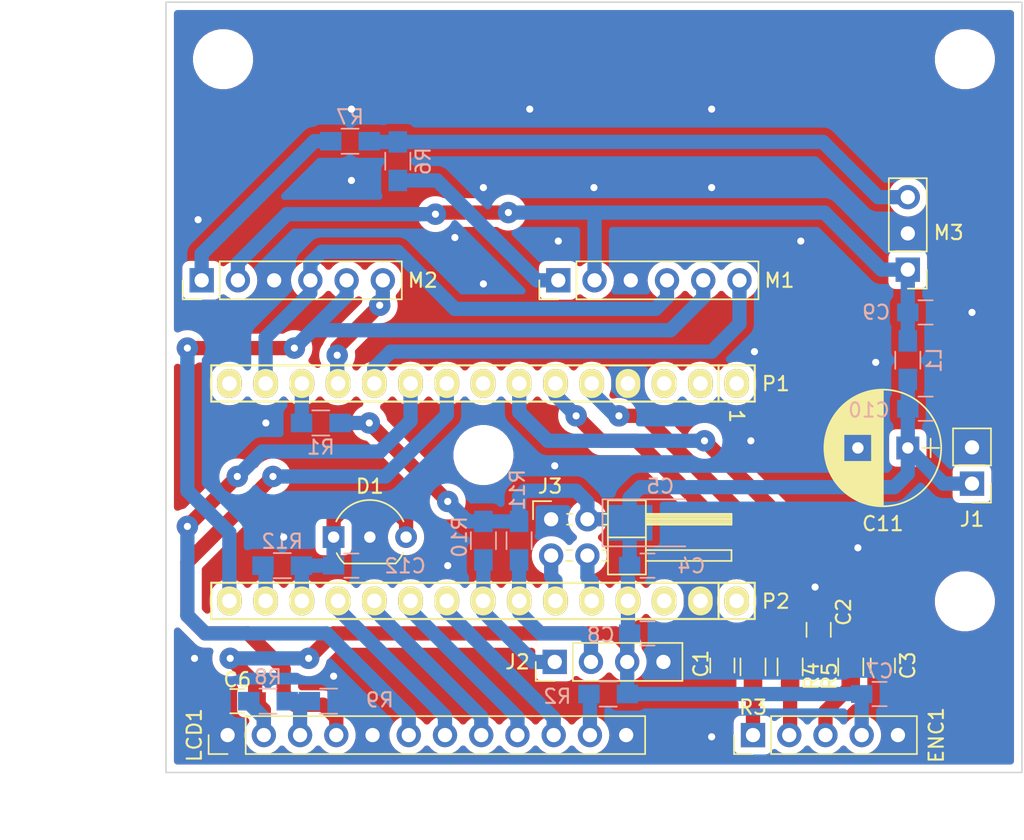
<source format=kicad_pcb>
(kicad_pcb (version 20171130) (host pcbnew 5.0.0-rc2-unknown-8444b1b~65~ubuntu18.04.1)
  (title_block (title "2-channel AD9833 generator") (date 2018-06-09) (rev 1.0) (company "Jakub Rakus"))
  (layers (0 F.Cu signal) (31 B.Cu signal) (34 B.Paste user) (35 F.Paste user) (36 B.SilkS user) (37 F.SilkS user) (38 B.Mask user) (39 F.Mask user) (44 Edge.Cuts user))
  (net 0 "")
  (net 1 GND)
  (net 2 +5V)
  (net 3 /SCK)
  (net 4 /MCLK)
  (net 5 /LCD_RS)
  (net 6 /LCD_E)
  (net 7 /FS1)
  (net 8 /FS2)
  (net 9 "Net-(P1-Pad13)")
  (net 10 /MOSI)
  (net 11 /LCD_D7)
  (net 12 /LCD_D6)
  (net 13 /LCD_D5)
  (net 14 /LCD_D4)
  (net 15 "Net-(P2-Pad14)")
  (net 16 "Net-(LCD1-Pad11)")
  (net 17 "Net-(LCD1-Pad3)")
  (net 18 /ENC_A)
  (net 19 /ENC_B)
  (net 20 /ENC_SW)
  (net 21 /SCL)
  (net 22 /SDA)
  (net 23 "Net-(ENC1-Pad3)")
  (net 24 "Net-(ENC1-Pad2)")
  (net 25 "Net-(ENC1-Pad1)")
  (net 26 "Net-(M2-Pad1)")
  (net 27 "Net-(M1-Pad1)")
  (net 28 +5VA)
  (net 29 "Net-(C12-Pad1)")
  (net 30 /AN7)
  (net 31 /AN6)
  (net 32 "/12(MISO)")
  (net 33 "/11(**/MOSI)")
  (net 34 "/10(**/SS)")
  (net 35 "/9(**)")
  (net 36 /8)
  (net 37 /7)
  (net 38 "/6(**)")
  (net 39 "/5(**)")
  (net 40 /4)
  (net 41 "/3(**)")
  (net 42 /2)
  (net 43 /Reset)
  (net 44 "/0(Rx)")
  (net 45 "/1(Tx)")
  (net 46 "/13(SCK)")
  (net 47 +3V3)
  (net 48 /AREF)
  (net 49 /A0)
  (net 50 /A1)
  (net 51 /A2)
  (net 52 /A3)
  (net 53 /A4)
  (net 54 /A5)
  (net 55 /A6)
  (net 56 /A7)
  (net 57 /Vin)
  (module Pin_Headers:Pin_Header_Angled_2x02_Pitch2.54mm (layer F.Cu) (at 104.25 67)
    (fp_text reference J3 (at -0.076 -2.316) (layer F.SilkS))
    (fp_text value ANEXT)
    (pad 1 thru_hole rect (at 0 0) (size 1.7 1.7) (drill 1) (layers *.Cu *.Mask) (net 1 GND))
    (pad 2 thru_hole oval (at 2.54 0) (size 1.7 1.7) (drill 1) (layers *.Cu *.Mask) (net 2 +5V))
    (pad 3 thru_hole oval (at 0 2.54) (size 1.7 1.7) (drill 1) (layers *.Cu *.Mask) (net 31 /AN6))
    (pad 4 thru_hole oval (at 2.54 2.54) (size 1.7 1.7) (drill 1) (layers *.Cu *.Mask) (net 30 /AN7))
  )
  (module Capacitors_SMD:C_0805_HandSoldering (layer B.Cu) (at 90.25 70.25)
    (fp_text reference C12 (at 3.764 0.022) (layer B.SilkS) (effects (justify mirror)))
    (fp_text value 1u)
    (pad 1 smd rect (at -1.25 0) (size 1.5 1.25) (layers B.Cu B.Paste B.Mask) (net 29 "Net-(C12-Pad1)"))
    (pad 2 smd rect (at 1.25 0) (size 1.5 1.25) (layers B.Cu B.Paste B.Mask) (net 1 GND))
  )
  (module Resistors_SMD:R_0805_HandSoldering (layer B.Cu) (at 85.4 70.25 180)
    (fp_text reference R12 (at 0 1.7 180) (layer B.SilkS) (effects (justify mirror)))
    (fp_text value 470)
    (pad 1 smd rect (at -1.35 0 180) (size 1.5 1.3) (layers B.Cu B.Paste B.Mask) (net 29 "Net-(C12-Pad1)"))
    (pad 2 smd rect (at 1.35 0 180) (size 1.5 1.3) (layers B.Cu B.Paste B.Mask) (net 15 "Net-(P2-Pad14)"))
  )
  (module TO_SOT_Packages_THT:TO-92_Inline_Wide (layer F.Cu) (at 89 68.25)
    (fp_text reference D1 (at 2.54 -3.56 180) (layer F.SilkS))
    (fp_text value TL431)
    (pad 2 thru_hole circle (at 2.54 0 90) (size 1.52 1.52) (drill 0.8) (layers *.Cu *.Mask) (net 1 GND))
    (pad 3 thru_hole circle (at 5.08 0 90) (size 1.52 1.52) (drill 0.8) (layers *.Cu *.Mask) (net 29 "Net-(C12-Pad1)"))
    (pad 1 thru_hole rect (at 0 0 90) (size 1.52 1.52) (drill 0.8) (layers *.Cu *.Mask) (net 29 "Net-(C12-Pad1)"))
  )
  (module Capacitors_ThroughHole:CP_Radial_D8.0mm_P3.50mm (layer F.Cu) (at 129.25 62 180)
    (fp_text reference C11 (at 1.75 -5.31 180) (layer F.SilkS))
    (fp_text value 1000u)
    (pad 1 thru_hole rect (at 0 0 180) (size 1.6 1.6) (drill 0.8) (layers *.Cu *.Mask) (net 2 +5V))
    (pad 2 thru_hole circle (at 3.5 0 180) (size 1.6 1.6) (drill 0.8) (layers *.Cu *.Mask) (net 1 GND))
  )
  (module Capacitors_SMD:C_0805_HandSoldering (layer B.Cu) (at 130.5 52.5)
    (fp_text reference C9 (at -3.466 -0.008) (layer B.SilkS) (effects (justify mirror)))
    (fp_text value 100n)
    (pad 2 smd rect (at 1.25 0) (size 1.5 1.25) (layers B.Cu B.Paste B.Mask) (net 1 GND))
    (pad 1 smd rect (at -1.25 0) (size 1.5 1.25) (layers B.Cu B.Paste B.Mask) (net 28 +5VA))
  )
  (module Capacitors_SMD:C_0805_HandSoldering (layer B.Cu) (at 130.5 59.25)
    (fp_text reference C10 (at -3.974 0.1) (layer B.SilkS) (effects (justify mirror)))
    (fp_text value 100n)
    (pad 1 smd rect (at -1.25 0) (size 1.5 1.25) (layers B.Cu B.Paste B.Mask) (net 2 +5V))
    (pad 2 smd rect (at 1.25 0) (size 1.5 1.25) (layers B.Cu B.Paste B.Mask) (net 1 GND))
  )
  (module Resistors_SMD:R_0805_HandSoldering (layer B.Cu) (at 129.25 55.85 270)
    (fp_text reference L1 (at 0 -1.848 270) (layer B.SilkS) (effects (justify mirror)))
    (fp_text value BLM21)
    (pad 1 smd rect (at -1.35 0 270) (size 1.5 1.3) (layers B.Cu B.Paste B.Mask) (net 28 +5VA))
    (pad 2 smd rect (at 1.35 0 270) (size 1.5 1.3) (layers B.Cu B.Paste B.Mask) (net 2 +5V))
  )
  (module Pin_Headers:Pin_Header_Straight_1x02_Pitch2.54mm (layer F.Cu) (at 133.75 64.5 180)
    (fp_text reference J1 (at 0 -2.5 180) (layer F.SilkS))
    (fp_text value PWR)
    (pad 1 thru_hole rect (at 0 0 180) (size 1.7 1.7) (drill 1) (layers *.Cu *.Mask) (net 2 +5V))
    (pad 2 thru_hole oval (at 0 2.54 180) (size 1.7 1.7) (drill 1) (layers *.Cu *.Mask) (net 1 GND))
  )
  (module Resistors_SMD:R_0805_HandSoldering (layer B.Cu) (at 102 68.5 90)
    (fp_text reference R11 (at 3.562 -0.112 90) (layer B.SilkS) (effects (justify mirror)))
    (fp_text value 2k1)
    (pad 2 smd rect (at 1.35 0 90) (size 1.5 1.3) (layers B.Cu B.Paste B.Mask) (net 2 +5V))
    (pad 1 smd rect (at -1.35 0 90) (size 1.5 1.3) (layers B.Cu B.Paste B.Mask) (net 21 /SCL))
  )
  (module Resistors_SMD:R_0805_HandSoldering (layer B.Cu) (at 99.5 68.5 90)
    (fp_text reference R10 (at 0.26 -1.676 90) (layer B.SilkS) (effects (justify mirror)))
    (fp_text value 2k1)
    (pad 1 smd rect (at -1.35 0 90) (size 1.5 1.3) (layers B.Cu B.Paste B.Mask) (net 22 /SDA))
    (pad 2 smd rect (at 1.35 0 90) (size 1.5 1.3) (layers B.Cu B.Paste B.Mask) (net 2 +5V))
  )
  (module Capacitors_SMD:C_0805_HandSoldering (layer B.Cu) (at 111 75)
    (fp_text reference C8 (at -3.27 0.098) (layer B.SilkS) (effects (justify mirror)))
    (fp_text value 100n)
    (pad 1 smd rect (at -1.25 0) (size 1.5 1.25) (layers B.Cu B.Paste B.Mask) (net 2 +5V))
    (pad 2 smd rect (at 1.25 0) (size 1.5 1.25) (layers B.Cu B.Paste B.Mask) (net 1 GND))
  )
  (module Pin_Headers:Pin_Header_Straight_1x04_Pitch2.54mm (layer F.Cu) (at 104.5 77 90)
    (fp_text reference J2 (at 0 -2.612 180) (layer F.SilkS))
    (fp_text value I2C_EXT)
    (pad 1 thru_hole rect (at 0 0 90) (size 1.7 1.7) (drill 1) (layers *.Cu *.Mask) (net 22 /SDA))
    (pad 2 thru_hole oval (at 0 2.54 90) (size 1.7 1.7) (drill 1) (layers *.Cu *.Mask) (net 21 /SCL))
    (pad 3 thru_hole oval (at 0 5.08 90) (size 1.7 1.7) (drill 1) (layers *.Cu *.Mask) (net 2 +5V))
    (pad 4 thru_hole oval (at 0 7.62 90) (size 1.7 1.7) (drill 1) (layers *.Cu *.Mask) (net 1 GND))
  )
  (module Capacitors_SMD:C_0805_HandSoldering (layer F.Cu) (at 82.25 79.75)
    (fp_text reference C6 (at 0 -1.5) (layer F.SilkS))
    (fp_text value 100n)
    (pad 1 smd rect (at -1.25 0) (size 1.5 1.25) (layers F.Cu F.Paste F.Mask) (net 1 GND))
    (pad 2 smd rect (at 1.25 0) (size 1.5 1.25) (layers F.Cu F.Paste F.Mask) (net 2 +5V))
  )
  (module Resistors_SMD:R_0805_HandSoldering (layer B.Cu) (at 84.4 79.75 180)
    (fp_text reference R8 (at 0 1.7 180) (layer B.SilkS) (effects (justify mirror)))
    (fp_text value 51k)
    (pad 2 smd rect (at 1.35 0 180) (size 1.5 1.3) (layers B.Cu B.Paste B.Mask) (net 2 +5V))
    (pad 1 smd rect (at -1.35 0 180) (size 1.5 1.3) (layers B.Cu B.Paste B.Mask) (net 17 "Net-(LCD1-Pad3)"))
  )
  (module Resistors_SMD:R_0805_HandSoldering (layer B.Cu) (at 88.65 79.75 180)
    (fp_text reference R9 (at -3.586 0.08 180) (layer B.SilkS) (effects (justify mirror)))
    (fp_text value 2k4)
    (pad 1 smd rect (at -1.35 0 180) (size 1.5 1.3) (layers B.Cu B.Paste B.Mask) (net 1 GND))
    (pad 2 smd rect (at 1.35 0 180) (size 1.5 1.3) (layers B.Cu B.Paste B.Mask) (net 17 "Net-(LCD1-Pad3)"))
  )
  (module Resistors_SMD:R_0805_HandSoldering (layer F.Cu) (at 121 77.35 90)
    (fp_text reference R4 (at -0.65 1.5 90) (layer F.SilkS))
    (fp_text value 10k)
    (pad 2 smd rect (at 1.35 0 90) (size 1.5 1.3) (layers F.Cu F.Paste F.Mask) (net 19 /ENC_B))
    (pad 1 smd rect (at -1.35 0 90) (size 1.5 1.3) (layers F.Cu F.Paste F.Mask) (net 24 "Net-(ENC1-Pad2)"))
  )
  (module Socket_Arduino_Nano:Socket_Strip_Arduino_1x15 (layer F.Cu) (at 117.253 57.482 180)
    (fp_text reference P1 (at -2.747 -0.018 180) (layer F.SilkS))
    (fp_text value Digital)
    (pad 15 thru_hole oval (at 35.56 0 180) (size 1.7272 2.032) (drill 1.016) (layers *.Cu *.Mask F.SilkS) (net 32 "/12(MISO)"))
    (pad 14 thru_hole oval (at 33.02 0 180) (size 1.7272 2.032) (drill 1.016) (layers *.Cu *.Mask F.SilkS) (net 33 "/11(**/MOSI)"))
    (pad 13 thru_hole oval (at 30.48 0 180) (size 1.7272 2.032) (drill 1.016) (layers *.Cu *.Mask F.SilkS) (net 34 "/10(**/SS)"))
    (pad 12 thru_hole oval (at 27.94 0 180) (size 1.7272 2.032) (drill 1.016) (layers *.Cu *.Mask F.SilkS) (net 35 "/9(**)"))
    (pad 11 thru_hole oval (at 25.4 0 180) (size 1.7272 2.032) (drill 1.016) (layers *.Cu *.Mask F.SilkS) (net 36 /8))
    (pad 10 thru_hole oval (at 22.86 0 180) (size 1.7272 2.032) (drill 1.016) (layers *.Cu *.Mask F.SilkS) (net 37 /7))
    (pad 9 thru_hole oval (at 20.32 0 180) (size 1.7272 2.032) (drill 1.016) (layers *.Cu *.Mask F.SilkS) (net 38 "/6(**)"))
    (pad 8 thru_hole oval (at 17.78 0 180) (size 1.7272 2.032) (drill 1.016) (layers *.Cu *.Mask F.SilkS) (net 39 "/5(**)"))
    (pad 7 thru_hole oval (at 15.24 0 180) (size 1.7272 2.032) (drill 1.016) (layers *.Cu *.Mask F.SilkS) (net 40 /4))
    (pad 6 thru_hole oval (at 12.7 0 180) (size 1.7272 2.032) (drill 1.016) (layers *.Cu *.Mask F.SilkS) (net 41 "/3(**)"))
    (pad 5 thru_hole oval (at 10.16 0 180) (size 1.7272 2.032) (drill 1.016) (layers *.Cu *.Mask F.SilkS) (net 42 /2))
    (pad 4 thru_hole oval (at 7.62 0 180) (size 1.7272 2.032) (drill 1.016) (layers *.Cu *.Mask F.SilkS) (net 1 GND))
    (pad 3 thru_hole oval (at 5.08 0 180) (size 1.7272 2.032) (drill 1.016) (layers *.Cu *.Mask F.SilkS) (net 43 /Reset))
    (pad 2 thru_hole oval (at 2.54 0 180) (size 1.7272 2.032) (drill 1.016) (layers *.Cu *.Mask F.SilkS) (net 44 "/0(Rx)"))
    (pad 1 thru_hole oval (at 0 0 180) (size 1.7272 2.032) (drill 1.016) (layers *.Cu *.Mask F.SilkS) (net 45 "/1(Tx)"))
  )
  (module Resistors_SMD:R_0805_HandSoldering (layer B.Cu) (at 93.5 41.9 270)
    (fp_text reference R6 (at 0 -1.784 90) (layer B.SilkS) (effects (justify mirror)))
    (fp_text value 0)
    (pad 2 smd rect (at 1.35 0 270) (size 1.5 1.3) (layers B.Cu B.Paste B.Mask) (net 27 "Net-(M1-Pad1)"))
    (pad 1 smd rect (at -1.35 0 270) (size 1.5 1.3) (layers B.Cu B.Paste B.Mask) (net 4 /MCLK))
  )
  (module Resistors_SMD:R_0805_HandSoldering (layer B.Cu) (at 90.15 40.5 180)
    (fp_text reference R7 (at 0 1.7 180) (layer B.SilkS) (effects (justify mirror)))
    (fp_text value 0)
    (pad 1 smd rect (at -1.35 0 180) (size 1.5 1.3) (layers B.Cu B.Paste B.Mask) (net 4 /MCLK))
    (pad 2 smd rect (at 1.35 0 180) (size 1.5 1.3) (layers B.Cu B.Paste B.Mask) (net 26 "Net-(M2-Pad1)"))
  )
  (module Capacitors_SMD:C_0805_HandSoldering (layer F.Cu) (at 123 74.75 90)
    (fp_text reference C2 (at 1.25 1.75 90) (layer F.SilkS))
    (fp_text value 100n)
    (pad 2 smd rect (at 1.25 0 90) (size 1.5 1.25) (layers F.Cu F.Paste F.Mask) (net 1 GND))
    (pad 1 smd rect (at -1.25 0 90) (size 1.5 1.25) (layers F.Cu F.Paste F.Mask) (net 19 /ENC_B))
  )
  (module Capacitors_SMD:C_0805_HandSoldering (layer F.Cu) (at 127.5 77.25 270)
    (fp_text reference C3 (at 0 -1.75 270) (layer F.SilkS))
    (fp_text value 100n)
    (pad 1 smd rect (at -1.25 0 270) (size 1.5 1.25) (layers F.Cu F.Paste F.Mask) (net 20 /ENC_SW))
    (pad 2 smd rect (at 1.25 0 270) (size 1.5 1.25) (layers F.Cu F.Paste F.Mask) (net 1 GND))
  )
  (module Capacitors_SMD:C_0805_HandSoldering (layer B.Cu) (at 111 70.25 180)
    (fp_text reference C4 (at -3.08 -0.022 180) (layer B.SilkS) (effects (justify mirror)))
    (fp_text value 100n)
    (pad 2 smd rect (at 1.25 0 180) (size 1.5 1.25) (layers B.Cu B.Paste B.Mask) (net 2 +5V))
    (pad 1 smd rect (at -1.25 0 180) (size 1.5 1.25) (layers B.Cu B.Paste B.Mask) (net 1 GND))
  )
  (module Capacitors_SMD:C_0805_HandSoldering (layer B.Cu) (at 127.268 79.25)
    (fp_text reference C7 (at 0 -1.612) (layer B.SilkS) (effects (justify mirror)))
    (fp_text value 100n)
    (pad 2 smd rect (at 1.25 0) (size 1.5 1.25) (layers B.Cu B.Paste B.Mask) (net 1 GND))
    (pad 1 smd rect (at -1.25 0) (size 1.5 1.25) (layers B.Cu B.Paste B.Mask) (net 2 +5V))
  )
  (module Capacitors_SMD:C_0805_HandSoldering (layer F.Cu) (at 116.25 77.25 270)
    (fp_text reference C1 (at -0.12 1.5 270) (layer F.SilkS))
    (fp_text value 100n)
    (pad 1 smd rect (at -1.25 0 270) (size 1.5 1.25) (layers F.Cu F.Paste F.Mask) (net 18 /ENC_A))
    (pad 2 smd rect (at 1.25 0 270) (size 1.5 1.25) (layers F.Cu F.Paste F.Mask) (net 1 GND))
  )
  (module Capacitors_Tantalum_SMD:CP_Tantalum_Case-B_EIA-3528-21_Hand (layer B.Cu) (at 111.9 67.25)
    (fp_text reference C5 (at 0 -2.566) (layer B.SilkS) (effects (justify mirror)))
    (fp_text value 10u)
    (pad 1 smd rect (at -2.15 0) (size 3.2 2.5) (layers B.Cu B.Paste B.Mask) (net 2 +5V))
    (pad 2 smd rect (at 2.15 0) (size 3.2 2.5) (layers B.Cu B.Paste B.Mask) (net 1 GND))
  )
  (module Pin_Headers:Pin_Header_Straight_1x05_Pitch2.54mm (layer F.Cu) (at 118.398 82.128 90)
    (fp_text reference ENC1 (at 0 12.852 90) (layer F.SilkS))
    (fp_text value R_ENC)
    (pad 1 thru_hole rect (at 0 0 90) (size 1.7 1.7) (drill 1) (layers *.Cu *.Mask) (net 25 "Net-(ENC1-Pad1)"))
    (pad 2 thru_hole oval (at 0 2.54 90) (size 1.7 1.7) (drill 1) (layers *.Cu *.Mask) (net 24 "Net-(ENC1-Pad2)"))
    (pad 3 thru_hole oval (at 0 5.08 90) (size 1.7 1.7) (drill 1) (layers *.Cu *.Mask) (net 23 "Net-(ENC1-Pad3)"))
    (pad 4 thru_hole oval (at 0 7.62 90) (size 1.7 1.7) (drill 1) (layers *.Cu *.Mask) (net 2 +5V))
    (pad 5 thru_hole oval (at 0 10.16 90) (size 1.7 1.7) (drill 1) (layers *.Cu *.Mask) (net 1 GND))
  )
  (module Resistors_SMD:R_0805_HandSoldering (layer F.Cu) (at 118.398 77.35 90)
    (fp_text reference R3 (at -2.828 0) (layer F.SilkS))
    (fp_text value 10k)
    (pad 1 smd rect (at -1.35 0 90) (size 1.5 1.3) (layers F.Cu F.Paste F.Mask) (net 25 "Net-(ENC1-Pad1)"))
    (pad 2 smd rect (at 1.35 0 90) (size 1.5 1.3) (layers F.Cu F.Paste F.Mask) (net 18 /ENC_A))
  )
  (module Resistors_SMD:R_0805_HandSoldering (layer F.Cu) (at 125.25 77.35 90)
    (fp_text reference R5 (at -0.65 -1.5 90) (layer F.SilkS))
    (fp_text value 10k)
    (pad 1 smd rect (at -1.35 0 90) (size 1.5 1.3) (layers F.Cu F.Paste F.Mask) (net 23 "Net-(ENC1-Pad3)"))
    (pad 2 smd rect (at 1.35 0 90) (size 1.5 1.3) (layers F.Cu F.Paste F.Mask) (net 20 /ENC_SW))
  )
  (module Pin_Headers:Pin_Header_Straight_1x12_Pitch2.54mm (layer F.Cu) (at 81.568 82.128 90)
    (fp_text reference LCD1 (at 0 -2.33 90) (layer F.SilkS))
    (fp_text value 2x16)
    (pad 1 thru_hole rect (at 0 0 90) (size 1.7 1.7) (drill 1) (layers *.Cu *.Mask) (net 1 GND))
    (pad 2 thru_hole oval (at 0 2.54 90) (size 1.7 1.7) (drill 1) (layers *.Cu *.Mask) (net 2 +5V))
    (pad 3 thru_hole oval (at 0 5.08 90) (size 1.7 1.7) (drill 1) (layers *.Cu *.Mask) (net 17 "Net-(LCD1-Pad3)"))
    (pad 4 thru_hole oval (at 0 7.62 90) (size 1.7 1.7) (drill 1) (layers *.Cu *.Mask) (net 5 /LCD_RS))
    (pad 5 thru_hole oval (at 0 10.16 90) (size 1.7 1.7) (drill 1) (layers *.Cu *.Mask) (net 1 GND))
    (pad 6 thru_hole oval (at 0 12.7 90) (size 1.7 1.7) (drill 1) (layers *.Cu *.Mask) (net 6 /LCD_E))
    (pad 7 thru_hole oval (at 0 15.24 90) (size 1.7 1.7) (drill 1) (layers *.Cu *.Mask) (net 14 /LCD_D4))
    (pad 8 thru_hole oval (at 0 17.78 90) (size 1.7 1.7) (drill 1) (layers *.Cu *.Mask) (net 13 /LCD_D5))
    (pad 9 thru_hole oval (at 0 20.32 90) (size 1.7 1.7) (drill 1) (layers *.Cu *.Mask) (net 12 /LCD_D6))
    (pad 10 thru_hole oval (at 0 22.86 90) (size 1.7 1.7) (drill 1) (layers *.Cu *.Mask) (net 11 /LCD_D7))
    (pad 11 thru_hole oval (at 0 25.4 90) (size 1.7 1.7) (drill 1) (layers *.Cu *.Mask) (net 16 "Net-(LCD1-Pad11)"))
    (pad 12 thru_hole oval (at 0 27.94 90) (size 1.7 1.7) (drill 1) (layers *.Cu *.Mask) (net 1 GND))
  )
  (module Resistors_SMD:R_0805_HandSoldering (layer B.Cu) (at 108.25 79.25)
    (fp_text reference R2 (at -3.568 0.166) (layer B.SilkS) (effects (justify mirror)))
    (fp_text value 15)
    (pad 1 smd rect (at -1.35 0) (size 1.5 1.3) (layers B.Cu B.Paste B.Mask) (net 16 "Net-(LCD1-Pad11)"))
    (pad 2 smd rect (at 1.35 0) (size 1.5 1.3) (layers B.Cu B.Paste B.Mask) (net 2 +5V))
  )
  (module Pin_Headers:Pin_Header_Straight_1x03_Pitch2.54mm (layer F.Cu) (at 129.25 49.5 180)
    (fp_text reference M3 (at -2.864 2.596) (layer F.SilkS))
    (fp_text value TCXO)
    (pad 1 thru_hole rect (at 0 0 180) (size 1.7 1.7) (drill 1) (layers *.Cu *.Mask) (net 28 +5VA))
    (pad 2 thru_hole oval (at 0 2.54 180) (size 1.7 1.7) (drill 1) (layers *.Cu *.Mask) (net 1 GND))
    (pad 3 thru_hole oval (at 0 5.08 180) (size 1.7 1.7) (drill 1) (layers *.Cu *.Mask) (net 4 /MCLK))
  )
  (module Pin_Headers:Pin_Header_Straight_1x06_Pitch2.54mm (layer F.Cu) (at 79.75 50.25 90)
    (fp_text reference M2 (at 0 15.5 180) (layer F.SilkS))
    (fp_text value DDS_MOD)
    (pad 6 thru_hole oval (at 0 12.7 90) (size 1.7 1.7) (drill 1) (layers *.Cu *.Mask) (net 8 /FS2))
    (pad 5 thru_hole oval (at 0 10.16 90) (size 1.7 1.7) (drill 1) (layers *.Cu *.Mask) (net 3 /SCK))
    (pad 4 thru_hole oval (at 0 7.62 90) (size 1.7 1.7) (drill 1) (layers *.Cu *.Mask) (net 10 /MOSI))
    (pad 3 thru_hole oval (at 0 5.08 90) (size 1.7 1.7) (drill 1) (layers *.Cu *.Mask) (net 1 GND))
    (pad 2 thru_hole oval (at 0 2.54 90) (size 1.7 1.7) (drill 1) (layers *.Cu *.Mask) (net 28 +5VA))
    (pad 1 thru_hole rect (at 0 0 90) (size 1.7 1.7) (drill 1) (layers *.Cu *.Mask) (net 26 "Net-(M2-Pad1)"))
  )
  (module Pin_Headers:Pin_Header_Straight_1x06_Pitch2.54mm (layer F.Cu) (at 104.75 50.25 90)
    (fp_text reference M1 (at 0 15.5 180) (layer F.SilkS))
    (fp_text value DDS_MOD)
    (pad 1 thru_hole rect (at 0 0 90) (size 1.7 1.7) (drill 1) (layers *.Cu *.Mask) (net 27 "Net-(M1-Pad1)"))
    (pad 2 thru_hole oval (at 0 2.54 90) (size 1.7 1.7) (drill 1) (layers *.Cu *.Mask) (net 28 +5VA))
    (pad 3 thru_hole oval (at 0 5.08 90) (size 1.7 1.7) (drill 1) (layers *.Cu *.Mask) (net 1 GND))
    (pad 4 thru_hole oval (at 0 7.62 90) (size 1.7 1.7) (drill 1) (layers *.Cu *.Mask) (net 10 /MOSI))
    (pad 5 thru_hole oval (at 0 10.16 90) (size 1.7 1.7) (drill 1) (layers *.Cu *.Mask) (net 3 /SCK))
    (pad 6 thru_hole oval (at 0 12.7 90) (size 1.7 1.7) (drill 1) (layers *.Cu *.Mask) (net 7 /FS1))
  )
  (module Resistors_SMD:R_0805_HandSoldering (layer B.Cu) (at 88.1 60.25)
    (fp_text reference R1 (at 0 1.7) (layer B.SilkS) (effects (justify mirror)))
    (fp_text value 10k)
    (pad 1 smd rect (at -1.35 0) (size 1.5 1.3) (layers B.Cu B.Paste B.Mask) (net 9 "Net-(P1-Pad13)"))
    (pad 2 smd rect (at 1.35 0) (size 1.5 1.3) (layers B.Cu B.Paste B.Mask) (net 2 +5V))
  )
  (module Socket_Arduino_Nano:Socket_Strip_Arduino_1x15 (layer F.Cu) (at 117.253 72.722 180)
    (fp_text reference P2 (at -2.747 -0.028 180) (layer F.SilkS))
    (fp_text value Analog)
    (pad 15 thru_hole oval (at 35.56 0 180) (size 1.7272 2.032) (drill 1.016) (layers *.Cu *.Mask F.SilkS) (net 46 "/13(SCK)"))
    (pad 14 thru_hole oval (at 33.02 0 180) (size 1.7272 2.032) (drill 1.016) (layers *.Cu *.Mask F.SilkS) (net 47 +3V3))
    (pad 13 thru_hole oval (at 30.48 0 180) (size 1.7272 2.032) (drill 1.016) (layers *.Cu *.Mask F.SilkS) (net 48 /AREF))
    (pad 12 thru_hole oval (at 27.94 0 180) (size 1.7272 2.032) (drill 1.016) (layers *.Cu *.Mask F.SilkS) (net 49 /A0))
    (pad 11 thru_hole oval (at 25.4 0 180) (size 1.7272 2.032) (drill 1.016) (layers *.Cu *.Mask F.SilkS) (net 50 /A1))
    (pad 10 thru_hole oval (at 22.86 0 180) (size 1.7272 2.032) (drill 1.016) (layers *.Cu *.Mask F.SilkS) (net 51 /A2))
    (pad 9 thru_hole oval (at 20.32 0 180) (size 1.7272 2.032) (drill 1.016) (layers *.Cu *.Mask F.SilkS) (net 52 /A3))
    (pad 8 thru_hole oval (at 17.78 0 180) (size 1.7272 2.032) (drill 1.016) (layers *.Cu *.Mask F.SilkS) (net 53 /A4))
    (pad 7 thru_hole oval (at 15.24 0 180) (size 1.7272 2.032) (drill 1.016) (layers *.Cu *.Mask F.SilkS) (net 54 /A5))
    (pad 6 thru_hole oval (at 12.7 0 180) (size 1.7272 2.032) (drill 1.016) (layers *.Cu *.Mask F.SilkS) (net 55 /A6))
    (pad 5 thru_hole oval (at 10.16 0 180) (size 1.7272 2.032) (drill 1.016) (layers *.Cu *.Mask F.SilkS) (net 56 /A7))
    (pad 4 thru_hole oval (at 7.62 0 180) (size 1.7272 2.032) (drill 1.016) (layers *.Cu *.Mask F.SilkS) (net 2 +5V))
    (pad 3 thru_hole oval (at 5.08 0 180) (size 1.7272 2.032) (drill 1.016) (layers *.Cu *.Mask F.SilkS) (net 43 /Reset))
    (pad 2 thru_hole oval (at 2.54 0 180) (size 1.7272 2.032) (drill 1.016) (layers *.Cu *.Mask F.SilkS) (net 1 GND))
    (pad 1 thru_hole oval (at 0 0 180) (size 1.7272 2.032) (drill 1.016) (layers *.Cu *.Mask F.SilkS) (net 57 /Vin))
  )
  (module MountingHole:MountingHole_3.2mm_M3 (layer F.Cu) (at 81.25 34.75)
    (fp_text reference REF** hide)
    (fp_text value MountingHole_3.2mm_M3)
    (pad 1 np_thru_hole circle (at 0 0) (size 3.2 3.2) (drill 3.2) (layers *.Cu *.Mask))
  )
  (module MountingHole:MountingHole_3.2mm_M3 (layer F.Cu) (at 133.25 34.75)
    (fp_text reference REF** hide)
    (fp_text value MountingHole_3.2mm_M3)
    (pad 1 np_thru_hole circle (at 0 0) (size 3.2 3.2) (drill 3.2) (layers *.Cu *.Mask))
  )
  (module MountingHole:MountingHole_3.2mm_M3 (layer F.Cu) (at 133.25 72.75)
    (fp_text reference REF** hide)
    (fp_text value MountingHole_3.2mm_M3)
    (pad 1 np_thru_hole circle (at 0 0) (size 3.2 3.2) (drill 3.2) (layers *.Cu *.Mask))
  )
  (module MountingHole:MountingHole_3.2mm_M3 (layer F.Cu) (at 99.5 62.5)
    (fp_text reference REF** hide)
    (fp_text value MountingHole_3.2mm_M3)
    (pad 1 np_thru_hole circle (at 0 0) (size 3.2 3.2) (drill 3.2) (layers *.Cu *.Mask))
  )
  (gr_line (start 77.25 84.75) (end 137.25 84.75) (layer Edge.Cuts) (width 0.1))
  (gr_line (start 77.25 30.75) (end 77.25 84.75) (layer Edge.Cuts) (width 0.1))
  (gr_line (start 137.25 30.75) (end 137.25 84.75) (layer Edge.Cuts) (width 0.1))
  (gr_line (start 77.25 30.75) (end 137.25 30.75) (layer Edge.Cuts) (width 0.1))
  (gr_text 1 (at 117.253 59.768 270) (layer F.SilkS) (effects (font (size 1 1))))
  (via (at 99.5 50.499968) (size 1.5) (drill 0.5) (layers F.Cu B.Cu) (net 1))
  (via (at 115.5 82.25) (size 1.5) (drill 0.5) (layers F.Cu B.Cu) (net 1))
  (via (at 133.75 52.5) (size 1.5) (drill 0.5) (layers F.Cu B.Cu) (net 1))
  (via (at 127 56) (size 1.5) (drill 0.5) (layers F.Cu B.Cu) (net 1))
  (via (at 118.5 55.25) (size 1.5) (drill 0.5) (layers F.Cu B.Cu) (net 1))
  (via (at 107.25 43.75) (size 1.5) (drill 0.5) (layers F.Cu B.Cu) (net 1))
  (via (at 102.75 38.25) (size 1.5) (drill 0.5) (layers F.Cu B.Cu) (net 1))
  (via (at 121.75 47.5) (size 1.5) (drill 0.5) (layers F.Cu B.Cu) (net 1))
  (via (at 115.5 38.25) (size 1.5) (drill 0.5) (layers F.Cu B.Cu) (net 1))
  (via (at 90.25 38.25) (size 1.5) (drill 0.5) (layers F.Cu B.Cu) (net 1))
  (via (at 115.5 43.75) (size 1.5) (drill 0.5) (layers F.Cu B.Cu) (net 1))
  (via (at 104.75 47.5) (size 1.5) (drill 0.5) (layers F.Cu B.Cu) (net 1))
  (via (at 99.5 43.75) (size 1.5) (drill 0.5) (layers F.Cu B.Cu) (net 1))
  (via (at 97.5 47.25) (size 1.5) (drill 0.5) (layers F.Cu B.Cu) (net 1))
  (via (at 90.25 43.25) (size 1.5) (drill 0.5) (layers F.Cu B.Cu) (net 1))
  (via (at 79.5 46) (size 1.5) (drill 0.5) (layers F.Cu B.Cu) (net 1))
  (via (at 97 70.25) (size 1.5) (drill 0.5) (layers F.Cu B.Cu) (net 1))
  (via (at 104.5 63.25) (size 1.5) (drill 0.5) (layers F.Cu B.Cu) (net 1))
  (via (at 84.25 60.25) (size 1.5) (drill 0.5) (layers F.Cu B.Cu) (net 1))
  (via (at 85.5 68.25) (size 1.5) (drill 0.5) (layers F.Cu B.Cu) (net 1))
  (via (at 79.25 76.75) (size 1.5) (drill 0.5) (layers F.Cu B.Cu) (net 1))
  (via (at 89 78) (size 1.5) (drill 0.5) (layers F.Cu B.Cu) (net 1))
  (via (at 118.25 61.5) (size 1.5) (drill 0.5) (layers F.Cu B.Cu) (net 1))
  (via (at 125.75 69) (size 1.5) (drill 0.5) (layers F.Cu B.Cu) (net 1))
  (via (at 122.75 71.75) (size 1.5) (drill 0.5) (layers F.Cu B.Cu) (net 1))
  (segment (start 84.108 82.128) (end 84.108 80.925919) (width 1) (layer B.Cu) (net 2))
  (segment (start 84.108 80.925919) (end 83.05 79.867919) (width 1) (layer B.Cu) (net 2))
  (segment (start 83.05 79.867919) (end 83.05 79.75) (width 1) (layer B.Cu) (net 2))
  (segment (start 98.4 67.15) (end 97.000004 65.750004) (width 1) (layer B.Cu) (net 2))
  (segment (start 99.5 67.15) (end 98.4 67.15) (width 1) (layer B.Cu) (net 2))
  (segment (start 97.000004 65.750004) (end 97 65.750004) (width 1) (layer B.Cu) (net 2))
  (segment (start 97 65.75) (end 97 65.750004) (width 1) (layer F.Cu) (net 2))
  (segment (start 91.5 60.25) (end 97 65.75) (width 1) (layer F.Cu) (net 2))
  (via (at 97 65.750004) (size 1.5) (drill 0.5) (layers F.Cu B.Cu) (net 2))
  (segment (start 102.4 65) (end 105.992081 65) (width 1) (layer B.Cu) (net 2))
  (segment (start 105.992081 65) (end 106.79 65.797919) (width 1) (layer B.Cu) (net 2))
  (segment (start 106.79 65.797919) (end 106.79 67) (width 1) (layer B.Cu) (net 2))
  (segment (start 102 67.15) (end 102 65.4) (width 1) (layer B.Cu) (net 2))
  (segment (start 102 65.4) (end 102.4 65) (width 1) (layer B.Cu) (net 2))
  (segment (start 106.79 67) (end 109.5 67) (width 1) (layer B.Cu) (net 2))
  (segment (start 109.5 67) (end 109.75 67.25) (width 1) (layer B.Cu) (net 2))
  (segment (start 109.75 65.5) (end 110.5 64.75) (width 1) (layer B.Cu) (net 2))
  (segment (start 128.3 64.75) (end 129.25 63.8) (width 1) (layer B.Cu) (net 2))
  (segment (start 109.75 67.25) (end 109.75 65.5) (width 1) (layer B.Cu) (net 2))
  (segment (start 129.25 63.8) (end 129.25 62) (width 1) (layer B.Cu) (net 2))
  (segment (start 110.5 64.75) (end 128.3 64.75) (width 1) (layer B.Cu) (net 2))
  (segment (start 129.25 62) (end 129.25 59.25) (width 1) (layer B.Cu) (net 2))
  (segment (start 133.75 64.5) (end 131.75 64.5) (width 1) (layer B.Cu) (net 2))
  (segment (start 131.75 64.5) (end 129.25 62) (width 1) (layer B.Cu) (net 2))
  (segment (start 129.25 59.25) (end 129.25 57.2) (width 1) (layer B.Cu) (net 2))
  (segment (start 109.75 70.25) (end 109.75 67.394) (width 1) (layer B.Cu) (net 2))
  (segment (start 109.633 72.722) (end 109.633 70.367) (width 1) (layer B.Cu) (net 2))
  (segment (start 109.633 70.367) (end 109.75 70.25) (width 1) (layer B.Cu) (net 2))
  (segment (start 89.45 60.25) (end 91.5 60.25) (width 1) (layer B.Cu) (net 2))
  (via (at 91.5 60.25) (size 1.5) (drill 0.5) (layers F.Cu B.Cu) (net 2))
  (segment (start 99.5 67.15) (end 102 67.15) (width 1) (layer B.Cu) (net 2))
  (segment (start 109.58 77) (end 109.58 75.17) (width 1) (layer B.Cu) (net 2))
  (segment (start 109.58 75.17) (end 109.75 75) (width 1) (layer B.Cu) (net 2))
  (segment (start 109.633 72.722) (end 109.633 74.883) (width 1) (layer B.Cu) (net 2))
  (segment (start 109.633 74.883) (end 109.75 75) (width 1) (layer B.Cu) (net 2))
  (segment (start 89 75) (end 108.75 75) (width 1) (layer F.Cu) (net 2))
  (segment (start 87.25 76.75) (end 89 75) (width 1) (layer F.Cu) (net 2))
  (segment (start 108.75 75) (end 109.58 75.83) (width 1) (layer F.Cu) (net 2))
  (segment (start 109.58 75.83) (end 109.58 77) (width 1) (layer F.Cu) (net 2))
  (segment (start 109.58 77) (end 109.58 79.23) (width 1) (layer B.Cu) (net 2))
  (segment (start 109.58 79.23) (end 109.6 79.25) (width 1) (layer B.Cu) (net 2))
  (segment (start 109.633 76.947) (end 109.58 77) (width 1) (layer B.Cu) (net 2))
  (segment (start 84.108 82.128) (end 84.108 80.358) (width 1) (layer F.Cu) (net 2))
  (segment (start 84.108 80.358) (end 83.5 79.75) (width 1) (layer F.Cu) (net 2))
  (segment (start 81.75 76.75) (end 87.25 76.75) (width 1) (layer B.Cu) (net 2))
  (via (at 87.25 76.75) (size 1.5) (drill 0.5) (layers F.Cu B.Cu) (net 2))
  (segment (start 83.5 78.5) (end 81.75 76.75) (width 1) (layer F.Cu) (net 2))
  (segment (start 83.5 79.75) (end 83.5 78.5) (width 1) (layer F.Cu) (net 2))
  (via (at 81.75 76.75) (size 1.5) (drill 0.5) (layers F.Cu B.Cu) (net 2))
  (segment (start 84 82.02) (end 84.108 82.128) (width 1) (layer F.Cu) (net 2))
  (segment (start 109.633 79.217) (end 109.6 79.25) (width 1) (layer B.Cu) (net 2))
  (segment (start 126.018 82.128) (end 126.018 79.25) (width 1) (layer B.Cu) (net 2))
  (segment (start 126.018 79.25) (end 109.6 79.25) (width 1) (layer B.Cu) (net 2))
  (segment (start 112.612092 53.749989) (end 92.378676 53.749989) (width 1) (layer B.Cu) (net 3))
  (segment (start 92.378664 53.750001) (end 87.500009 53.750001) (width 1) (layer B.Cu) (net 3))
  (segment (start 114.91 51.452081) (end 112.612092 53.749989) (width 1) (layer B.Cu) (net 3))
  (segment (start 87.500009 53.750001) (end 87.000009 54.250001) (width 1) (layer B.Cu) (net 3))
  (segment (start 92.378676 53.749989) (end 92.378664 53.750001) (width 1) (layer B.Cu) (net 3))
  (segment (start 114.91 50.25) (end 114.91 51.452081) (width 1) (layer B.Cu) (net 3))
  (segment (start 87.000009 54.250001) (end 86.25001 55) (width 1) (layer B.Cu) (net 3))
  (segment (start 81.693 72.722) (end 81.693 67.943) (width 1) (layer B.Cu) (net 3))
  (segment (start 80.5 55) (end 78.75 55) (width 1) (layer F.Cu) (net 3))
  (segment (start 86.25001 55) (end 80.5 55) (width 1) (layer F.Cu) (net 3))
  (via (at 78.75 55) (size 1.5) (drill 0.5) (layers F.Cu B.Cu) (net 3))
  (segment (start 81.693 67.943) (end 78.75 65) (width 1) (layer B.Cu) (net 3))
  (segment (start 78.75 56.06066) (end 78.75 55) (width 1) (layer B.Cu) (net 3))
  (segment (start 78.75 65) (end 78.75 56.06066) (width 1) (layer B.Cu) (net 3))
  (segment (start 89.91 51.34) (end 87.31066 53.93934) (width 1) (layer B.Cu) (net 3))
  (segment (start 89.91 50.25) (end 89.91 51.34) (width 1) (layer B.Cu) (net 3))
  (via (at 86.25001 55) (size 1.5) (drill 0.5) (layers F.Cu B.Cu) (net 3))
  (segment (start 89.91 50.25) (end 89.91 50.41) (width 1) (layer F.Cu) (net 3))
  (segment (start 123.3 40.55) (end 127.17 44.42) (width 1) (layer B.Cu) (net 4))
  (segment (start 93.5 40.55) (end 123.3 40.55) (width 1) (layer B.Cu) (net 4))
  (segment (start 127.17 44.42) (end 129.25 44.42) (width 1) (layer B.Cu) (net 4))
  (segment (start 93.5 40.55) (end 91.55 40.55) (width 1) (layer B.Cu) (net 4))
  (segment (start 91.55 40.55) (end 91.5 40.5) (width 1) (layer B.Cu) (net 4))
  (segment (start 85.5 77.5) (end 83 75) (width 1) (layer F.Cu) (net 5))
  (segment (start 89.188 80.925919) (end 88.262081 80) (width 1) (layer F.Cu) (net 5))
  (segment (start 80 75) (end 78.75 73.75) (width 1) (layer F.Cu) (net 5))
  (segment (start 85.5 79.25) (end 85.5 77.5) (width 1) (layer F.Cu) (net 5))
  (segment (start 78.75 70) (end 84.000001 64.749999) (width 1) (layer F.Cu) (net 5))
  (segment (start 86.25 80) (end 85.5 79.25) (width 1) (layer F.Cu) (net 5))
  (segment (start 88.262081 80) (end 86.25 80) (width 1) (layer F.Cu) (net 5))
  (segment (start 89.188 82.128) (end 89.188 80.925919) (width 1) (layer F.Cu) (net 5))
  (segment (start 83 75) (end 80 75) (width 1) (layer F.Cu) (net 5))
  (segment (start 78.75 73.75) (end 78.75 70) (width 1) (layer F.Cu) (net 5))
  (segment (start 84.000001 64.749999) (end 84.75 64) (width 1) (layer F.Cu) (net 5))
  (segment (start 96.933 59.688335) (end 92.621335 64) (width 1) (layer B.Cu) (net 5))
  (segment (start 96.933 57.482) (end 96.933 59.688335) (width 1) (layer B.Cu) (net 5))
  (segment (start 85.81066 64) (end 84.75 64) (width 1) (layer B.Cu) (net 5))
  (segment (start 92.621335 64) (end 85.81066 64) (width 1) (layer B.Cu) (net 5))
  (via (at 84.75 64) (size 1.5) (drill 0.5) (layers F.Cu B.Cu) (net 5))
  (segment (start 94.393 60.107) (end 92.25 62.25) (width 1) (layer B.Cu) (net 6))
  (segment (start 94.393 57.482) (end 94.393 60.107) (width 1) (layer B.Cu) (net 6))
  (segment (start 83.999988 62.25) (end 82.999999 63.249989) (width 1) (layer B.Cu) (net 6))
  (segment (start 92.25 62.25) (end 83.999988 62.25) (width 1) (layer B.Cu) (net 6))
  (segment (start 82.999999 63.249989) (end 82.25 63.999988) (width 1) (layer B.Cu) (net 6))
  (segment (start 82.25 64) (end 82.25 63.999988) (width 1) (layer F.Cu) (net 6))
  (segment (start 82.489732 63.989732) (end 82.260256 63.989732) (width 1) (layer B.Cu) (net 6))
  (segment (start 78.75 67.5) (end 82.25 64) (width 1) (layer F.Cu) (net 6))
  (segment (start 82.260256 63.989732) (end 82.25 63.999988) (width 1) (layer B.Cu) (net 6))
  (via (at 82.25 63.999988) (size 1.5) (drill 0.5) (layers F.Cu B.Cu) (net 6))
  (segment (start 78.75 73.75) (end 80 75) (width 1) (layer B.Cu) (net 6))
  (segment (start 94.268 80.768) (end 94.268 82.128) (width 1) (layer B.Cu) (net 6))
  (segment (start 78.75 67.5) (end 78.75 73.75) (width 1) (layer B.Cu) (net 6))
  (segment (start 80 75) (end 88.5 75) (width 1) (layer B.Cu) (net 6))
  (segment (start 88.5 75) (end 94.268 80.768) (width 1) (layer B.Cu) (net 6))
  (via (at 78.75 67.5) (size 1.5) (drill 0.5) (layers F.Cu B.Cu) (net 6))
  (segment (start 115.5 55.25) (end 93 55.25) (width 1) (layer B.Cu) (net 7))
  (segment (start 117.45 53.3) (end 115.5 55.25) (width 1) (layer B.Cu) (net 7))
  (segment (start 91.853 56.397) (end 91.853 57.482) (width 1) (layer B.Cu) (net 7))
  (segment (start 117.45 50.25) (end 117.45 53.3) (width 1) (layer B.Cu) (net 7))
  (segment (start 93 55.25) (end 91.853 56.397) (width 1) (layer B.Cu) (net 7))
  (segment (start 92.249996 52.02089) (end 92.229097 51.999991) (width 1) (layer F.Cu) (net 8))
  (segment (start 89.25 56.560671) (end 89.25 55.500011) (width 1) (layer B.Cu) (net 8))
  (segment (start 92.45 50.25) (end 92.45 51.779088) (width 1) (layer B.Cu) (net 8))
  (segment (start 92.45 51.779088) (end 92.229097 51.999991) (width 1) (layer B.Cu) (net 8))
  (segment (start 92.229097 51.999991) (end 89.25 54.979088) (width 1) (layer F.Cu) (net 8))
  (segment (start 89.25 54.979088) (end 89.25 55.500011) (width 1) (layer F.Cu) (net 8))
  (segment (start 89.25 57.419) (end 89.25 56.560671) (width 1) (layer B.Cu) (net 8))
  (via (at 89.25 55.500011) (size 1.5) (drill 0.5) (layers F.Cu B.Cu) (net 8))
  (segment (start 92.249996 52.250002) (end 92.249996 52.02089) (width 1) (layer F.Cu) (net 8))
  (via (at 92.229097 51.999991) (size 1.5) (drill 0.5) (layers F.Cu B.Cu) (net 8))
  (segment (start 89.313 57.482) (end 89.25 57.419) (width 1) (layer B.Cu) (net 8))
  (segment (start 86.773 57.482) (end 86.773 60.227) (width 1) (layer B.Cu) (net 9))
  (segment (start 86.773 60.227) (end 86.75 60.25) (width 1) (layer B.Cu) (net 9))
  (segment (start 93.5 48.25) (end 97.499978 52.249978) (width 1) (layer B.Cu) (net 10))
  (segment (start 111.572103 52.249978) (end 112.37 51.452081) (width 1) (layer B.Cu) (net 10))
  (segment (start 97.499978 52.249978) (end 111.572103 52.249978) (width 1) (layer B.Cu) (net 10))
  (segment (start 87.37 49.047919) (end 88.167919 48.25) (width 1) (layer B.Cu) (net 10))
  (segment (start 112.37 51.452081) (end 112.37 50.25) (width 1) (layer B.Cu) (net 10))
  (segment (start 88.167919 48.25) (end 93.5 48.25) (width 1) (layer B.Cu) (net 10))
  (segment (start 87.37 50.25) (end 87.37 49.047919) (width 1) (layer B.Cu) (net 10))
  (segment (start 84.233 54.267) (end 87.37 51.13) (width 1) (layer B.Cu) (net 10))
  (segment (start 87.37 51.13) (end 87.37 50.25) (width 1) (layer B.Cu) (net 10))
  (segment (start 84.233 57.482) (end 84.233 54.267) (width 1) (layer B.Cu) (net 10))
  (segment (start 104.428 80.925919) (end 96.933 73.430919) (width 1) (layer B.Cu) (net 11))
  (segment (start 104.428 82.128) (end 104.428 80.925919) (width 1) (layer B.Cu) (net 11))
  (segment (start 96.933 73.430919) (end 96.933 72.722) (width 1) (layer B.Cu) (net 11))
  (segment (start 101.888 80.888) (end 94.393 73.393) (width 1) (layer B.Cu) (net 12))
  (segment (start 101.888 82.128) (end 101.888 80.888) (width 1) (layer B.Cu) (net 12))
  (segment (start 94.393 73.393) (end 94.393 72.722) (width 1) (layer B.Cu) (net 12))
  (segment (start 99.348 80.848) (end 91.853 73.353) (width 1) (layer B.Cu) (net 13))
  (segment (start 99.348 82.128) (end 99.348 80.848) (width 1) (layer B.Cu) (net 13))
  (segment (start 91.853 73.353) (end 91.853 72.722) (width 1) (layer B.Cu) (net 13))
  (segment (start 96.808 80.808) (end 89.313 73.313) (width 1) (layer B.Cu) (net 14))
  (segment (start 96.808 82.128) (end 96.808 80.808) (width 1) (layer B.Cu) (net 14))
  (segment (start 89.313 73.313) (end 89.313 72.722) (width 1) (layer B.Cu) (net 14))
  (segment (start 84.233 72.722) (end 84.233 70.433) (width 1) (layer B.Cu) (net 15))
  (segment (start 84.233 70.433) (end 84.05 70.25) (width 1) (layer B.Cu) (net 15))
  (segment (start 106.968 82.128) (end 106.968 79.334) (width 1) (layer B.Cu) (net 16))
  (segment (start 86.5 79.75) (end 87.3 79.75) (width 1) (layer B.Cu) (net 17))
  (segment (start 85.75 79.75) (end 86.5 79.75) (width 1) (layer B.Cu) (net 17))
  (segment (start 86.648 82.128) (end 86.648 79.898) (width 1) (layer B.Cu) (net 17))
  (segment (start 86.648 79.898) (end 86.5 79.75) (width 1) (layer B.Cu) (net 17))
  (segment (start 86.65 82.126) (end 86.648 82.128) (width 1) (layer B.Cu) (net 17))
  (segment (start 118.398 76) (end 116.25 76) (width 1) (layer F.Cu) (net 18))
  (segment (start 107.750004 61.5) (end 106.749999 60.499995) (width 1) (layer F.Cu) (net 18))
  (segment (start 110.25 61.5) (end 107.750004 61.5) (width 1) (layer F.Cu) (net 18))
  (segment (start 119.5 70.75) (end 110.25 61.5) (width 1) (layer F.Cu) (net 18))
  (segment (start 106.749999 60.499995) (end 106 59.749996) (width 1) (layer F.Cu) (net 18))
  (segment (start 119.5 74.25) (end 119.5 70.75) (width 1) (layer F.Cu) (net 18))
  (segment (start 118.398 76) (end 118.398 75.352) (width 1) (layer F.Cu) (net 18))
  (segment (start 118.398 75.352) (end 119.5 74.25) (width 1) (layer F.Cu) (net 18))
  (segment (start 104.553 58.303) (end 105.999996 59.749996) (width 1) (layer B.Cu) (net 18))
  (segment (start 104.553 57.482) (end 104.553 58.303) (width 1) (layer B.Cu) (net 18))
  (segment (start 105.999996 59.749996) (end 106 59.749996) (width 1) (layer B.Cu) (net 18))
  (via (at 106 59.749996) (size 1.5) (drill 0.5) (layers F.Cu B.Cu) (net 18))
  (segment (start 123 76) (end 121 76) (width 1) (layer F.Cu) (net 19))
  (segment (start 121 72.75) (end 121 76) (width 1) (layer F.Cu) (net 19))
  (segment (start 121 72.75) (end 121 70) (width 1) (layer F.Cu) (net 19))
  (segment (start 121 70) (end 110.75 59.75) (width 1) (layer F.Cu) (net 19))
  (segment (start 110.75 59.75) (end 109 59.75) (width 1) (layer F.Cu) (net 19))
  (segment (start 107.093 58.093) (end 108.75 59.75) (width 1) (layer B.Cu) (net 19))
  (segment (start 107.093 57.482) (end 107.093 58.093) (width 1) (layer B.Cu) (net 19))
  (segment (start 108.75 59.75) (end 109 59.75) (width 1) (layer B.Cu) (net 19))
  (via (at 109 59.75) (size 1.5) (drill 0.5) (layers F.Cu B.Cu) (net 19))
  (segment (start 115 61.5) (end 125.25 71.75) (width 1) (layer F.Cu) (net 20))
  (segment (start 125.25 71.75) (end 125.25 76) (width 1) (layer F.Cu) (net 20))
  (segment (start 127.5 76) (end 125.25 76) (width 1) (layer F.Cu) (net 20))
  (segment (start 102.013 59.498) (end 104.015 61.5) (width 1) (layer B.Cu) (net 20))
  (segment (start 102.013 57.482) (end 102.013 59.498) (width 1) (layer B.Cu) (net 20))
  (segment (start 104.015 61.5) (end 115 61.5) (width 1) (layer B.Cu) (net 20))
  (via (at 115 61.5) (size 1.5) (drill 0.5) (layers F.Cu B.Cu) (net 20))
  (segment (start 102 69.85) (end 102 72.709) (width 1) (layer B.Cu) (net 21))
  (segment (start 102 72.709) (end 102.013 72.722) (width 1) (layer B.Cu) (net 21))
  (segment (start 106.5 75) (end 107.04 75.54) (width 1) (layer B.Cu) (net 21))
  (segment (start 107.04 75.54) (end 107.04 77) (width 1) (layer B.Cu) (net 21))
  (segment (start 103.5 75) (end 106.5 75) (width 1) (layer B.Cu) (net 21))
  (segment (start 102.013 73.513) (end 103.5 75) (width 1) (layer B.Cu) (net 21))
  (segment (start 102.013 72.722) (end 102.013 73.513) (width 1) (layer B.Cu) (net 21))
  (segment (start 99.5 69.85) (end 99.5 72.695) (width 1) (layer B.Cu) (net 22))
  (segment (start 99.5 72.695) (end 99.473 72.722) (width 1) (layer B.Cu) (net 22))
  (segment (start 103 77) (end 99.473 73.473) (width 1) (layer B.Cu) (net 22))
  (segment (start 104.5 77) (end 103 77) (width 1) (layer B.Cu) (net 22))
  (segment (start 99.473 73.473) (end 99.473 72.722) (width 1) (layer B.Cu) (net 22))
  (segment (start 123.478 82.128) (end 123.478 80.472) (width 1) (layer F.Cu) (net 23))
  (segment (start 123.478 80.472) (end 125.25 78.7) (width 1) (layer F.Cu) (net 23))
  (segment (start 123.5 82.106) (end 123.478 82.128) (width 1) (layer F.Cu) (net 23))
  (segment (start 121 78.7) (end 121 82.066) (width 1) (layer F.Cu) (net 24))
  (segment (start 121 82.066) (end 120.938 82.128) (width 1) (layer F.Cu) (net 24))
  (segment (start 118.398 78.7) (end 118.398 82.128) (width 1) (layer F.Cu) (net 25))
  (segment (start 87.65 40.5) (end 88.8 40.5) (width 1) (layer B.Cu) (net 26))
  (segment (start 87.65 40.5) (end 79.75 48.4) (width 1) (layer B.Cu) (net 26))
  (segment (start 79.75 48.4) (end 79.75 50.25) (width 1) (layer B.Cu) (net 26))
  (segment (start 96.25 43.25) (end 103.25 50.25) (width 1) (layer B.Cu) (net 27))
  (segment (start 103.25 50.25) (end 104.75 50.25) (width 1) (layer B.Cu) (net 27))
  (segment (start 93.5 43.25) (end 96.25 43.25) (width 1) (layer B.Cu) (net 27))
  (segment (start 85.725475 45.612444) (end 95.076896 45.612444) (width 1) (layer B.Cu) (net 28))
  (via (at 101.25 45.5) (size 1.5) (drill 0.5) (layers F.Cu B.Cu) (net 28))
  (segment (start 82.29 50.25) (end 82.29 49.047919) (width 1) (layer B.Cu) (net 28))
  (segment (start 107.5 45.5) (end 101.25 45.5) (width 1) (layer B.Cu) (net 28))
  (segment (start 96.25 45.5) (end 101.25 45.5) (width 1) (layer F.Cu) (net 28))
  (segment (start 96.25 45.5) (end 96.137556 45.612444) (width 1) (layer F.Cu) (net 28))
  (via (at 96.137556 45.612444) (size 1.5) (drill 0.5) (layers F.Cu B.Cu) (net 28))
  (segment (start 95.076896 45.612444) (end 96.137556 45.612444) (width 1) (layer B.Cu) (net 28))
  (segment (start 82.29 49.047919) (end 85.725475 45.612444) (width 1) (layer B.Cu) (net 28))
  (segment (start 129.25 52.5) (end 129.25 49.5) (width 1) (layer B.Cu) (net 28))
  (segment (start 129.25 54.5) (end 129.25 52.5) (width 1) (layer B.Cu) (net 28))
  (segment (start 123.4 45.5) (end 107.5 45.5) (width 1) (layer B.Cu) (net 28))
  (segment (start 107.29 45.71) (end 107.5 45.5) (width 1) (layer B.Cu) (net 28))
  (segment (start 107.29 50.25) (end 107.29 45.71) (width 1) (layer B.Cu) (net 28))
  (segment (start 127.4 49.5) (end 123.4 45.5) (width 1) (layer B.Cu) (net 28))
  (segment (start 129.25 49.5) (end 127.4 49.5) (width 1) (layer B.Cu) (net 28))
  (segment (start 94.08 67.175198) (end 93.154802 66.25) (width 1) (layer F.Cu) (net 29))
  (segment (start 93.154802 66.25) (end 89.75 66.25) (width 1) (layer F.Cu) (net 29))
  (segment (start 89.75 66.25) (end 89 67) (width 1) (layer F.Cu) (net 29))
  (segment (start 94.08 68.25) (end 94.08 67.175198) (width 1) (layer F.Cu) (net 29))
  (segment (start 89 67) (end 89 68.25) (width 1) (layer F.Cu) (net 29))
  (segment (start 89 70.25) (end 89 68.25) (width 1) (layer B.Cu) (net 29))
  (segment (start 89 70.25) (end 86.75 70.25) (width 1) (layer B.Cu) (net 29))
  (segment (start 86.773 72.722) (end 86.773 70.273) (width 1) (layer B.Cu) (net 29))
  (segment (start 86.773 70.273) (end 86.75 70.25) (width 1) (layer B.Cu) (net 29))
  (segment (start 107.093 71.343) (end 106.79 71.04) (width 1) (layer B.Cu) (net 30))
  (segment (start 106.79 71.04) (end 106.79 69.54) (width 1) (layer B.Cu) (net 30))
  (segment (start 107.093 72.722) (end 107.093 71.343) (width 1) (layer B.Cu) (net 30))
  (segment (start 104.553 71.303) (end 104.25 71) (width 1) (layer B.Cu) (net 31))
  (segment (start 104.25 71) (end 104.25 69.54) (width 1) (layer B.Cu) (net 31))
  (segment (start 104.553 72.722) (end 104.553 71.303) (width 1) (layer B.Cu) (net 31))
  (zone (net 1) (net_name GND) (layer B.Cu) (connect_pads yes (clearance 0.508)) (min_thickness 0.5) (fill yes (arc_segments 32) (thermal_gap 0.2) (thermal_bridge_width 0.7) (smoothing fillet))
    (polygon (pts (xy 77.25 30.75) (xy 137.25 30.75) (xy 137.25 84.75) (xy 77.25 84.75)))
  )
  (zone (net 1) (net_name GND) (layer F.Cu) (connect_pads yes (clearance 0.508)) (min_thickness 0.5) (fill yes (arc_segments 32) (thermal_gap 0.2) (thermal_bridge_width 0.7) (smoothing fillet))
    (polygon (pts (xy 77.25 30.75) (xy 137.25 30.75) (xy 137.25 84.75) (xy 77.25 84.75)))
  )
)
</source>
